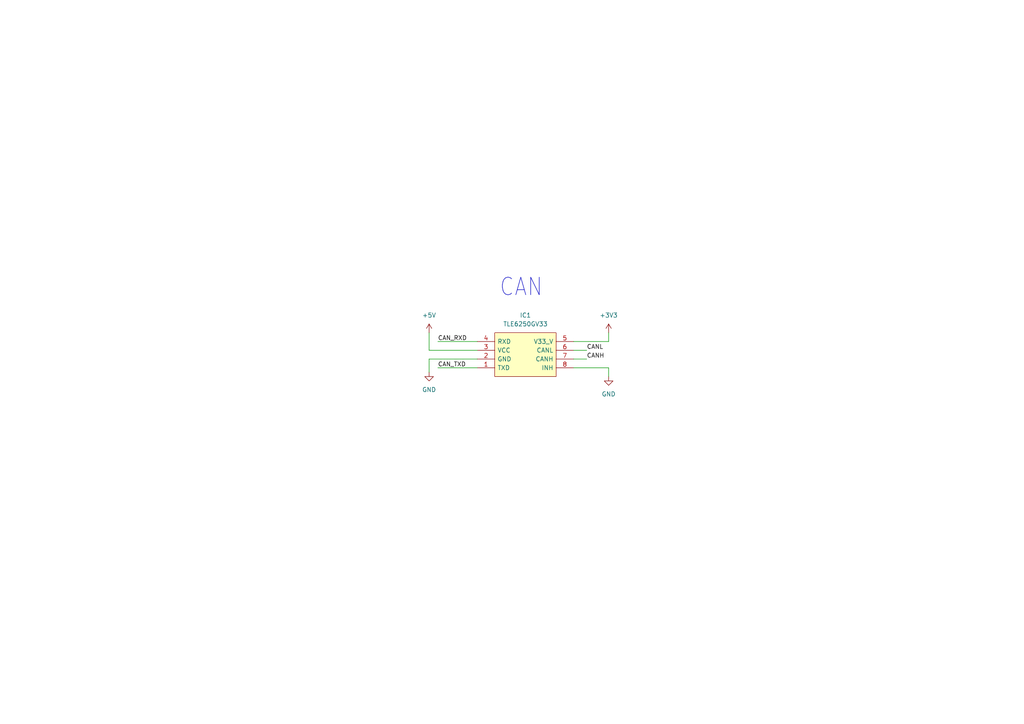
<source format=kicad_sch>
(kicad_sch (version 20211123) (generator eeschema)
  (paper "A4")
  (title_block (title "Carte Actionneur") (date "2022-03-20") (rev "V4.1") (company "AstroMonkeys"))
  (lib_symbols
    (symbol "TLE6250GV33:TLE6250GV33" (pin_names (offset 0.762))
      (property "Reference" "IC" (at 24.13 7.62 0))
      (property "Value" "TLE6250GV33" (at 24.13 5.08 0))
      (symbol "TLE6250GV33_0_0"
        (pin passive line (at 0 0 0) (length 5.08) (name "TXD") (number "1"))
        (pin passive line (at 0 -2.54 0) (length 5.08) (name "GND") (number "2"))
        (pin passive line (at 0 -5.08 0) (length 5.08) (name "VCC") (number "3"))
        (pin passive line (at 0 -7.62 0) (length 5.08) (name "RXD") (number "4"))
        (pin passive line (at 27.94 -7.62 180) (length 5.08) (name "V33_V") (number "5"))
        (pin passive line (at 27.94 -5.08 180) (length 5.08) (name "CANL") (number "6"))
        (pin passive line (at 27.94 -2.54 180) (length 5.08) (name "CANH") (number "7"))
        (pin passive line (at 27.94 0 180) (length 5.08) (name "INH") (number "8"))
      )
      (symbol "TLE6250GV33_0_1"
        (polyline (pts (xy 5.08 2.54) (xy 22.86 2.54) (xy 22.86 -10.16) (xy 5.08 -10.16) (xy 5.08 2.54)) (stroke (width 0.1524)) (fill (type background)))
      )
    )
    (symbol "power:+3.3V" (power) (pin_names (offset 0))
      (property "Value" "+3.3V" (at 0 3.556 0))
      (symbol "+3.3V_0_1"
        (polyline (pts (xy -0.762 1.27) (xy 0 2.54)))
        (polyline (pts (xy 0 0) (xy 0 2.54)))
        (polyline (pts (xy 0 2.54) (xy 0.762 1.27)))
      )
      (symbol "+3.3V_1_1"
        (pin power_in line (at 0 0 90) (length 0) hide (name "+3V3") (number "1"))
      )
    )
    (symbol "power:+5V" (power) (pin_names (offset 0))
      (property "Value" "+5V" (at 0 3.556 0))
      (symbol "+5V_0_1"
        (polyline (pts (xy -0.762 1.27) (xy 0 2.54)))
        (polyline (pts (xy 0 0) (xy 0 2.54)))
        (polyline (pts (xy 0 2.54) (xy 0.762 1.27)))
      )
      (symbol "+5V_1_1"
        (pin power_in line (at 0 0 90) (length 0) hide (name "+5V") (number "1"))
      )
    )
    (symbol "power:GND" (power) (pin_names (offset 0))
      (property "Value" "GND" (at 0 -3.81 0))
      (symbol "GND_0_1"
        (polyline (pts (xy 0 0) (xy 0 -1.27) (xy 1.27 -1.27) (xy 0 -2.54) (xy -1.27 -1.27) (xy 0 -1.27)))
      )
      (symbol "GND_1_1"
        (pin power_in line (at 0 0 270) (length 0) hide (name "GND") (number "1"))
      )
    )
  )
  (wire (pts (xy 127 99.06) (xy 138.43 99.06)))
  (wire (pts (xy 127 106.68) (xy 138.43 106.68)))
  (wire (pts (xy 138.43 104.14) (xy 124.46 104.14)))
  (wire (pts (xy 166.37 106.68) (xy 176.53 106.68)))
  (wire (pts (xy 166.37 99.06) (xy 176.53 99.06)))
  (wire (pts (xy 176.53 109.22) (xy 176.53 106.68)))
  (wire (pts (xy 166.37 101.6) (xy 170.18 101.6)))
  (wire (pts (xy 124.46 104.14) (xy 124.46 107.95)))
  (wire (pts (xy 124.46 101.6) (xy 124.46 96.52)))
  (wire (pts (xy 138.43 101.6) (xy 124.46 101.6)))
  (wire (pts (xy 166.37 104.14) (xy 170.18 104.14)))
  (wire (pts (xy 176.53 99.06) (xy 176.53 96.52)))
  (text "CAN" (at 144.78 86.36 180) (effects (font (size 5.08 4.318)) (justify left bottom)))
  (label "CANH" (at 170.18 104.14 0) (effects (font (size 1.2446 1.2446))))
  (label "CANL" (at 170.18 101.6 0) (effects (font (size 1.2446 1.2446))))
  (label "CAN_TXD" (at 127 106.68 0) (effects (font (size 1.2446 1.2446))))
  (label "CAN_RXD" (at 127 99.06 0) (effects (font (size 1.2446 1.2446))))
  (symbol (lib_id "power:+3.3V") (at 176.53 96.52 0) (unit 1)
    (property "Reference" "#PWR0119" (effects hide))
    (property "Value" "+3.3V" (at 176.53 91.44 0))
  )
  (symbol (lib_id "power:GND") (at 176.53 109.22 0) (unit 1)
    (property "Reference" "#PWR0122" (effects hide))
    (property "Value" "GND" (at 176.53 114.3 0))
  )
  (symbol (lib_id "TLE6250GV33:TLE6250GV33") (at 138.43 106.68 0) (mirror x) (unit 1)
    (property "Reference" "IC1" (at 152.4 91.44 0))
    (property "Value" "TLE6250GV33" (at 152.4 93.98 0))
    (property "Footprint" "SOIC127P600X175-8N" (effects hide))
    (property "Datasheet" "https://www.infineon.com/dgdl/Infineon-TLE6250-DataSheet-v04_11-EN.pdf?fileId=5546d46259d9a4bf015a3d3687956174" (effects hide))
    (property "Description" "High Speed CAN-Transceiver" (effects hide))
    (property "Height" "1.75" (effects hide))
    (property "Manufacturer_Name" "Infineon" (effects hide))
    (property "Manufacturer_Part_Number" "TLE6250GV33" (effects hide))
  )
  (symbol (lib_id "power:GND") (at 124.46 107.95 0) (unit 1)
    (property "Reference" "#PWR0124" (effects hide))
    (property "Value" "GND" (at 124.46 113.03 0))
  )
  (symbol (lib_id "power:+5V") (at 124.46 96.52 0) (unit 1)
    (property "Reference" "#PWR0118" (effects hide))
    (property "Value" "+5V" (at 124.46 91.44 0))
  )
)
</source>
